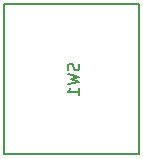
<source format=gbo>
G04 #@! TF.FileFunction,Legend,Bot*
%FSLAX46Y46*%
G04 Gerber Fmt 4.6, Leading zero omitted, Abs format (unit mm)*
G04 Created by KiCad (PCBNEW 4.0.4-1.fc24-product) date Tue Jun 12 13:23:07 2018*
%MOMM*%
%LPD*%
G01*
G04 APERTURE LIST*
%ADD10C,0.100000*%
%ADD11C,0.150000*%
G04 APERTURE END LIST*
D10*
D11*
X137100000Y-96850000D02*
X137100000Y-84150000D01*
X137100000Y-84150000D02*
X148500000Y-84150000D01*
X148500000Y-84150000D02*
X148500000Y-96850000D01*
X148500000Y-96850000D02*
X137100000Y-96850000D01*
X143404762Y-89166667D02*
X143452381Y-89309524D01*
X143452381Y-89547620D01*
X143404762Y-89642858D01*
X143357143Y-89690477D01*
X143261905Y-89738096D01*
X143166667Y-89738096D01*
X143071429Y-89690477D01*
X143023810Y-89642858D01*
X142976190Y-89547620D01*
X142928571Y-89357143D01*
X142880952Y-89261905D01*
X142833333Y-89214286D01*
X142738095Y-89166667D01*
X142642857Y-89166667D01*
X142547619Y-89214286D01*
X142500000Y-89261905D01*
X142452381Y-89357143D01*
X142452381Y-89595239D01*
X142500000Y-89738096D01*
X142452381Y-90071429D02*
X143452381Y-90309524D01*
X142738095Y-90500001D01*
X143452381Y-90690477D01*
X142452381Y-90928572D01*
X143452381Y-91833334D02*
X143452381Y-91261905D01*
X143452381Y-91547619D02*
X142452381Y-91547619D01*
X142595238Y-91452381D01*
X142690476Y-91357143D01*
X142738095Y-91261905D01*
M02*

</source>
